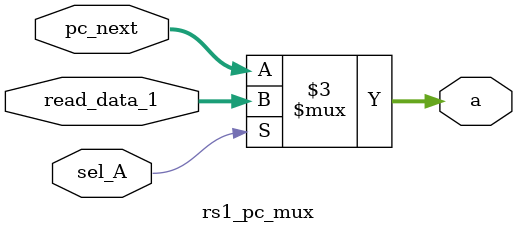
<source format=sv>
module rs1_pc_mux (
    input logic [31:0]pc_next,
    input logic [31:0]read_data_1,
    input logic       sel_A,
    output logic [31:0]     a
);
always_comb begin
    if (sel_A) begin
        a=read_data_1;
    end
    else begin
        a=pc_next;
    end
end
    
endmodule
</source>
